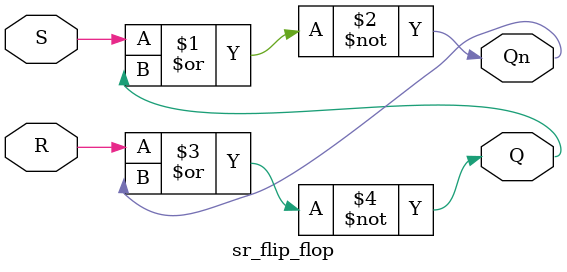
<source format=v>
module sr_flip_flop(Q, Qn, S, R);
   output Q;
   output Qn;
   input  S;
   input  R;

   nor(Qn, S, Q);
   nor(Q, R, Qn);
endmodule 

</source>
